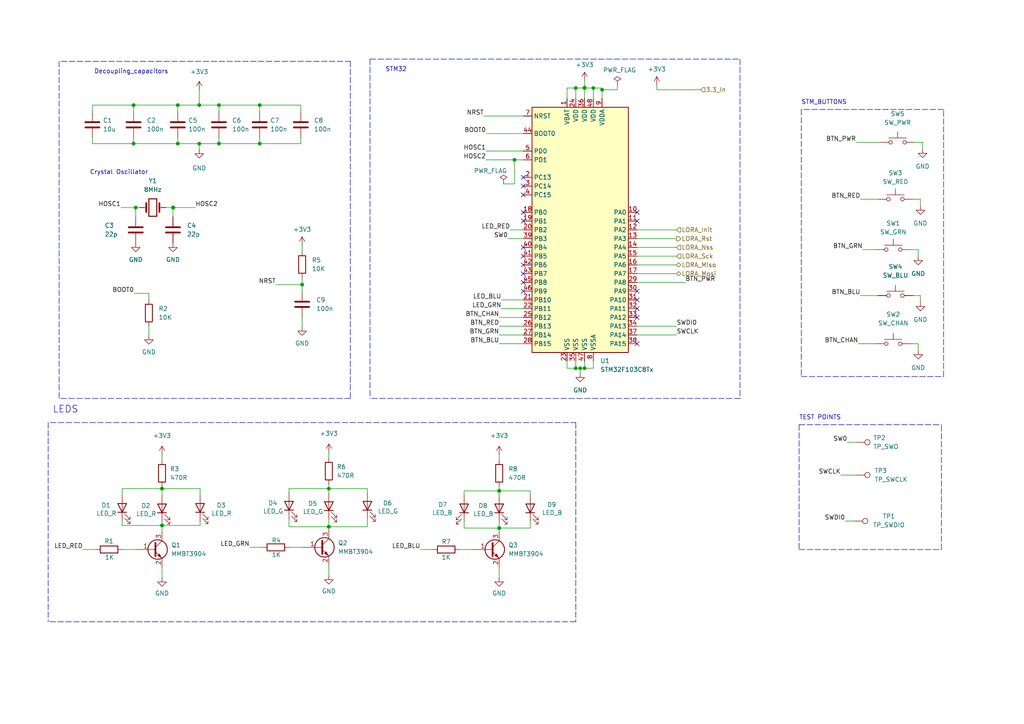
<source format=kicad_sch>
(kicad_sch (version 20211123) (generator eeschema)
  (paper "A4")
  (lib_symbols
    (symbol "Connector:TestPoint" (pin_numbers hide) (pin_names (offset 0.762) hide)
      (property "Reference" "TP" (at 0 6.858 0))
      (property "Value" "TestPoint" (at 0 5.08 0))
      (symbol "TestPoint_0_1"
        (circle (center 0 3.302) (radius 0.762))
      )
      (symbol "TestPoint_1_1"
        (pin passive line (at 0 0 90) (length 2.54) (name "1") (number "1"))
      )
    )
    (symbol "Device:C" (pin_numbers hide) (pin_names (offset 0.254))
      (property "Reference" "C" (at 0.635 2.54 0))
      (property "Value" "C" (at 0.635 -2.54 0))
      (symbol "C_0_1"
        (polyline (pts (xy -2.032 -0.762) (xy 2.032 -0.762)) (stroke (width 0.508)))
        (polyline (pts (xy -2.032 0.762) (xy 2.032 0.762)) (stroke (width 0.508)))
      )
      (symbol "C_1_1"
        (pin passive line (at 0 3.81 270) (length 2.794) (name "~") (number "1"))
        (pin passive line (at 0 -3.81 90) (length 2.794) (name "~") (number "2"))
      )
    )
    (symbol "Device:Crystal" (pin_numbers hide) (pin_names (offset 1.016) hide)
      (property "Reference" "Y" (at 0 3.81 0))
      (property "Value" "Crystal" (at 0 -3.81 0))
      (symbol "Crystal_0_1"
        (rectangle (start -1.143 2.54) (end 1.143 -2.54) (stroke (width 0.3048)))
        (polyline (pts (xy -2.54 0) (xy -1.905 0)))
        (polyline (pts (xy -1.905 -1.27) (xy -1.905 1.27)) (stroke (width 0.508)))
        (polyline (pts (xy 1.905 -1.27) (xy 1.905 1.27)) (stroke (width 0.508)))
        (polyline (pts (xy 2.54 0) (xy 1.905 0)))
      )
      (symbol "Crystal_1_1"
        (pin passive line (at -3.81 0 0) (length 1.27) (name "1") (number "1"))
        (pin passive line (at 3.81 0 180) (length 1.27) (name "2") (number "2"))
      )
    )
    (symbol "Device:LED" (pin_numbers hide) (pin_names (offset 1.016) hide)
      (property "Reference" "D" (at 0 2.54 0))
      (property "Value" "LED" (at 0 -2.54 0))
      (symbol "LED_0_1"
        (polyline (pts (xy -1.27 -1.27) (xy -1.27 1.27)) (stroke (width 0.254)))
        (polyline (pts (xy -1.27 0) (xy 1.27 0)))
        (polyline (pts (xy 1.27 -1.27) (xy 1.27 1.27) (xy -1.27 0) (xy 1.27 -1.27)) (stroke (width 0.254)))
        (polyline (pts (xy -3.048 -0.762) (xy -4.572 -2.286) (xy -3.81 -2.286) (xy -4.572 -2.286) (xy -4.572 -1.524)))
        (polyline (pts (xy -1.778 -0.762) (xy -3.302 -2.286) (xy -2.54 -2.286) (xy -3.302 -2.286) (xy -3.302 -1.524)))
      )
      (symbol "LED_1_1"
        (pin passive line (at -3.81 0 0) (length 2.54) (name "K") (number "1"))
        (pin passive line (at 3.81 0 180) (length 2.54) (name "A") (number "2"))
      )
    )
    (symbol "Device:R" (pin_numbers hide) (pin_names (offset 0))
      (property "Reference" "R" (at 2.032 0 90))
      (property "Value" "R" (at 0 0 90))
      (symbol "R_0_1"
        (rectangle (start -1.016 -2.54) (end 1.016 2.54) (stroke (width 0.254)))
      )
      (symbol "R_1_1"
        (pin passive line (at 0 3.81 270) (length 1.27) (name "~") (number "1"))
        (pin passive line (at 0 -3.81 90) (length 1.27) (name "~") (number "2"))
      )
    )
    (symbol "MCU_ST_STM32F1:STM32F103C8Tx"
      (property "Reference" "U" (at -15.24 36.83 0))
      (property "Value" "STM32F103C8Tx" (at 7.62 36.83 0))
      (symbol "STM32F103C8Tx_0_1"
        (rectangle (start -15.24 -35.56) (end 12.7 35.56) (stroke (width 0.254)) (fill (type background)))
      )
      (symbol "STM32F103C8Tx_1_1"
        (pin power_in line (at -5.08 38.1 270) (length 2.54) (name "VBAT") (number "1"))
        (pin bidirectional line (at 15.24 5.08 180) (length 2.54) (name "PA0") (number "10"))
        (pin bidirectional line (at 15.24 2.54 180) (length 2.54) (name "PA1") (number "11"))
        (pin bidirectional line (at 15.24 0 180) (length 2.54) (name "PA2") (number "12"))
        (pin bidirectional line (at 15.24 -2.54 180) (length 2.54) (name "PA3") (number "13"))
        (pin bidirectional line (at 15.24 -5.08 180) (length 2.54) (name "PA4") (number "14"))
        (pin bidirectional line (at 15.24 -7.62 180) (length 2.54) (name "PA5") (number "15"))
        (pin bidirectional line (at 15.24 -10.16 180) (length 2.54) (name "PA6") (number "16"))
        (pin bidirectional line (at 15.24 -12.7 180) (length 2.54) (name "PA7") (number "17"))
        (pin bidirectional line (at -17.78 5.08 0) (length 2.54) (name "PB0") (number "18"))
        (pin bidirectional line (at -17.78 2.54 0) (length 2.54) (name "PB1") (number "19"))
        (pin bidirectional line (at -17.78 15.24 0) (length 2.54) (name "PC13") (number "2"))
        (pin bidirectional line (at -17.78 0 0) (length 2.54) (name "PB2") (number "20"))
        (pin bidirectional line (at -17.78 -20.32 0) (length 2.54) (name "PB10") (number "21"))
        (pin bidirectional line (at -17.78 -22.86 0) (length 2.54) (name "PB11") (number "22"))
        (pin power_in line (at -5.08 -38.1 90) (length 2.54) (name "VSS") (number "23"))
        (pin power_in line (at -2.54 38.1 270) (length 2.54) (name "VDD") (number "24"))
        (pin bidirectional line (at -17.78 -25.4 0) (length 2.54) (name "PB12") (number "25"))
        (pin bidirectional line (at -17.78 -27.94 0) (length 2.54) (name "PB13") (number "26"))
        (pin bidirectional line (at -17.78 -30.48 0) (length 2.54) (name "PB14") (number "27"))
        (pin bidirectional line (at -17.78 -33.02 0) (length 2.54) (name "PB15") (number "28"))
        (pin bidirectional line (at 15.24 -15.24 180) (length 2.54) (name "PA8") (number "29"))
        (pin bidirectional line (at -17.78 12.7 0) (length 2.54) (name "PC14") (number "3"))
        (pin bidirectional line (at 15.24 -17.78 180) (length 2.54) (name "PA9") (number "30"))
        (pin bidirectional line (at 15.24 -20.32 180) (length 2.54) (name "PA10") (number "31"))
        (pin bidirectional line (at 15.24 -22.86 180) (length 2.54) (name "PA11") (number "32"))
        (pin bidirectional line (at 15.24 -25.4 180) (length 2.54) (name "PA12") (number "33"))
        (pin bidirectional line (at 15.24 -27.94 180) (length 2.54) (name "PA13") (number "34"))
        (pin power_in line (at -2.54 -38.1 90) (length 2.54) (name "VSS") (number "35"))
        (pin power_in line (at 0 38.1 270) (length 2.54) (name "VDD") (number "36"))
        (pin bidirectional line (at 15.24 -30.48 180) (length 2.54) (name "PA14") (number "37"))
        (pin bidirectional line (at 15.24 -33.02 180) (length 2.54) (name "PA15") (number "38"))
        (pin bidirectional line (at -17.78 -2.54 0) (length 2.54) (name "PB3") (number "39"))
        (pin bidirectional line (at -17.78 10.16 0) (length 2.54) (name "PC15") (number "4"))
        (pin bidirectional line (at -17.78 -5.08 0) (length 2.54) (name "PB4") (number "40"))
        (pin bidirectional line (at -17.78 -7.62 0) (length 2.54) (name "PB5") (number "41"))
        (pin bidirectional line (at -17.78 -10.16 0) (length 2.54) (name "PB6") (number "42"))
        (pin bidirectional line (at -17.78 -12.7 0) (length 2.54) (name "PB7") (number "43"))
        (pin input line (at -17.78 27.94 0) (length 2.54) (name "BOOT0") (number "44"))
        (pin bidirectional line (at -17.78 -15.24 0) (length 2.54) (name "PB8") (number "45"))
        (pin bidirectional line (at -17.78 -17.78 0) (length 2.54) (name "PB9") (number "46"))
        (pin power_in line (at 0 -38.1 90) (length 2.54) (name "VSS") (number "47"))
        (pin power_in line (at 2.54 38.1 270) (length 2.54) (name "VDD") (number "48"))
        (pin input line (at -17.78 22.86 0) (length 2.54) (name "PD0") (number "5"))
        (pin input line (at -17.78 20.32 0) (length 2.54) (name "PD1") (number "6"))
        (pin input line (at -17.78 33.02 0) (length 2.54) (name "NRST") (number "7"))
        (pin power_in line (at 2.54 -38.1 90) (length 2.54) (name "VSSA") (number "8"))
        (pin power_in line (at 5.08 38.1 270) (length 2.54) (name "VDDA") (number "9"))
      )
    )
    (symbol "Switch:SW_Push" (pin_numbers hide) (pin_names (offset 1.016) hide)
      (property "Reference" "SW" (at 1.27 2.54 0))
      (property "Value" "SW_Push" (at 0 -1.524 0))
      (symbol "SW_Push_0_1"
        (circle (center -2.032 0) (radius 0.508))
        (polyline (pts (xy 0 1.27) (xy 0 3.048)))
        (polyline (pts (xy 2.54 1.27) (xy -2.54 1.27)))
        (circle (center 2.032 0) (radius 0.508))
        (pin passive line (at -5.08 0 0) (length 2.54) (name "1") (number "1"))
        (pin passive line (at 5.08 0 180) (length 2.54) (name "2") (number "2"))
      )
    )
    (symbol "Transistor_BJT:MMBT3904" (pin_names (offset 0) hide)
      (property "Reference" "Q" (at 5.08 1.905 0))
      (property "Value" "MMBT3904" (at 5.08 0 0))
      (symbol "MMBT3904_0_1"
        (polyline (pts (xy 0.635 0.635) (xy 2.54 2.54)))
        (polyline (pts (xy 0.635 -0.635) (xy 2.54 -2.54) (xy 2.54 -2.54)))
        (polyline (pts (xy 0.635 1.905) (xy 0.635 -1.905) (xy 0.635 -1.905)) (stroke (width 0.508)))
        (polyline (pts (xy 1.27 -1.778) (xy 1.778 -1.27) (xy 2.286 -2.286) (xy 1.27 -1.778) (xy 1.27 -1.778)) (fill (type outline)))
        (circle (center 1.27 0) (radius 2.8194) (stroke (width 0.254)))
      )
      (symbol "MMBT3904_1_1"
        (pin input line (at -5.08 0 0) (length 5.715) (name "B") (number "1"))
        (pin passive line (at 2.54 -5.08 90) (length 2.54) (name "E") (number "2"))
        (pin passive line (at 2.54 5.08 270) (length 2.54) (name "C") (number "3"))
      )
    )
    (symbol "power:+3V3" (power) (pin_names (offset 0))
      (property "Value" "+3V3" (at 0 3.556 0))
      (symbol "+3V3_0_1"
        (polyline (pts (xy -0.762 1.27) (xy 0 2.54)))
        (polyline (pts (xy 0 0) (xy 0 2.54)))
        (polyline (pts (xy 0 2.54) (xy 0.762 1.27)))
      )
      (symbol "+3V3_1_1"
        (pin power_in line (at 0 0 90) (length 0) hide (name "+3V3") (number "1"))
      )
    )
    (symbol "power:GND" (power) (pin_names (offset 0))
      (property "Value" "GND" (at 0 -3.81 0))
      (symbol "GND_0_1"
        (polyline (pts (xy 0 0) (xy 0 -1.27) (xy 1.27 -1.27) (xy 0 -2.54) (xy -1.27 -1.27) (xy 0 -1.27)))
      )
      (symbol "GND_1_1"
        (pin power_in line (at 0 0 270) (length 0) hide (name "GND") (number "1"))
      )
    )
    (symbol "power:PWR_FLAG" (power) (pin_numbers hide) (pin_names (offset 0) hide)
      (property "Value" "PWR_FLAG" (at 0 3.81 0))
      (symbol "PWR_FLAG_0_0"
        (pin power_out line (at 0 0 90) (length 0) (name "pwr") (number "1"))
      )
      (symbol "PWR_FLAG_0_1"
        (polyline (pts (xy 0 0) (xy 0 1.27) (xy -1.016 1.905) (xy 0 2.54) (xy 1.016 1.905) (xy 0 1.27)))
      )
    )
  )
  (junction (at 172.085 25.527))
  (junction (at 63.5 41.656))
  (junction (at 38.735 30.48))
  (junction (at 95.377 152.7865))
  (junction (at 168.275 106.807))
  (junction (at 38.735 41.656))
  (junction (at 46.99 152.3959))
  (junction (at 39.37 60.198))
  (junction (at 46.99 141.7251))
  (junction (at 167.005 106.807))
  (junction (at 57.785 41.656))
  (junction (at 75.311 41.656))
  (junction (at 50.165 60.198))
  (junction (at 51.562 30.48))
  (junction (at 46.99 141.7279))
  (junction (at 50.292 60.198))
  (junction (at 169.545 25.527))
  (junction (at 95.377 152.7823))
  (junction (at 87.63 82.55))
  (junction (at 63.5 30.48))
  (junction (at 46.99 152.4))
  (junction (at 95.377 141.7311))
  (junction (at 144.78 153.1794))
  (junction (at 174.625 26.035))
  (junction (at 149.225 46.355))
  (junction (at 167.005 25.527))
  (junction (at 169.545 106.807))
  (junction (at 75.311 30.48))
  (junction (at 51.562 41.656))
  (junction (at 144.78 142.3844))
  (junction (at 144.78 142.367))
  (junction (at 57.785 30.48))
  (junction (at 169.545 25.4))
  (junction (at 144.78 153.162))
  (no_connect (at 151.765 71.755))
  (no_connect (at 151.765 81.915))
  (no_connect (at 151.765 79.375))
  (no_connect (at 184.785 64.135))
  (no_connect (at 184.785 92.075))
  (no_connect (at 151.765 61.595))
  (no_connect (at 151.765 56.515))
  (no_connect (at 151.765 84.455))
  (no_connect (at 184.785 89.535))
  (no_connect (at 151.765 74.295))
  (no_connect (at 151.765 51.435))
  (no_connect (at 151.765 53.975))
  (no_connect (at 184.785 86.995))
  (no_connect (at 151.765 76.835))
  (no_connect (at 151.765 64.135))
  (no_connect (at 184.785 99.695))
  (no_connect (at 184.785 61.595))
  (no_connect (at 184.785 84.455))
  (wire (pts (xy 168.275 108.204) (xy 168.275 106.807)))
  (wire (pts (xy 243.84 137.795) (xy 248.285 137.795)))
  (wire (pts (xy 172.085 25.527) (xy 174.625 25.527)))
  (wire (pts (xy 172.085 106.807) (xy 172.085 104.775)))
  (wire (pts (xy 51.562 32.385) (xy 51.562 30.48)))
  (wire (pts (xy 184.785 71.755) (xy 196.215 71.755)))
  (wire (pts (xy 266.954 57.785) (xy 264.795 57.785)))
  (wire (pts (xy 164.465 104.775) (xy 164.465 106.807)))
  (wire (pts (xy 35.433 143.5059) (xy 35.433 141.7251)))
  (wire (pts (xy 58.039 141.7279) (xy 46.99 141.7279)))
  (wire (pts (xy 179.07 24.765) (xy 179.07 26.035)))
  (wire (pts (xy 121.92 159.385) (xy 125.603 159.385)))
  (wire (pts (xy 46.99 141.7251) (xy 46.99 141.7279)))
  (wire (pts (xy 267.589 43.18) (xy 267.589 41.275)))
  (wire (pts (xy 87.63 80.518) (xy 87.63 82.55)))
  (polyline (pts (xy 101.6 17.78) (xy 101.6 115.57)))
  (polyline (pts (xy 167.005 122.555) (xy 167.005 180.34)))
  (wire (pts (xy 153.797 153.162) (xy 144.78 153.162)))
  (wire (pts (xy 184.785 74.295) (xy 196.215 74.295)))
  (wire (pts (xy 153.797 151.257) (xy 153.797 153.162)))
  (wire (pts (xy 267.589 41.275) (xy 265.43 41.275)))
  (polyline (pts (xy 214.63 17.145) (xy 214.63 115.57)))
  (wire (pts (xy 245.11 151.13) (xy 247.65 151.13)))
  (polyline (pts (xy 17.145 17.78) (xy 17.145 115.57)))
  (wire (pts (xy 46.99 152.3959) (xy 46.99 152.4)))
  (wire (pts (xy 134.62 151.257) (xy 134.62 153.162)))
  (polyline (pts (xy 231.775 123.19) (xy 231.775 159.385)))
  (wire (pts (xy 184.785 76.835) (xy 196.215 76.835)))
  (wire (pts (xy 24.003 159.3809) (xy 27.813 159.3809)))
  (wire (pts (xy 184.785 94.615) (xy 196.215 94.615)))
  (wire (pts (xy 63.5 30.48) (xy 75.311 30.48)))
  (polyline (pts (xy 107.315 17.145) (xy 214.63 17.145)))
  (wire (pts (xy 48.133 60.198) (xy 50.165 60.198)))
  (wire (pts (xy 35.433 151.1259) (xy 35.433 152.3959)))
  (wire (pts (xy 144.78 141.097) (xy 144.78 142.367)))
  (polyline (pts (xy 13.97 122.555) (xy 13.97 180.34)))
  (wire (pts (xy 95.377 163.83) (xy 95.377 166.878)))
  (wire (pts (xy 38.735 41.656) (xy 51.562 41.656)))
  (wire (pts (xy 35.052 60.198) (xy 39.37 60.198)))
  (wire (pts (xy 35.433 159.3809) (xy 39.37 159.3809)))
  (wire (pts (xy 75.311 41.656) (xy 75.311 40.005)))
  (polyline (pts (xy 14.605 122.555) (xy 167.005 122.555)))
  (polyline (pts (xy 231.775 159.385) (xy 273.05 159.385)))
  (polyline (pts (xy 231.775 123.19) (xy 273.05 123.19)))
  (wire (pts (xy 167.005 25.527) (xy 169.545 25.527)))
  (wire (pts (xy 75.311 32.385) (xy 75.311 30.48)))
  (wire (pts (xy 190.5 24.765) (xy 190.5 26.035)))
  (wire (pts (xy 144.78 97.155) (xy 151.765 97.155)))
  (wire (pts (xy 83.82 142.875) (xy 83.82 141.7311)))
  (wire (pts (xy 134.62 143.637) (xy 134.62 142.367)))
  (wire (pts (xy 58.039 151.1259) (xy 58.039 152.4)))
  (wire (pts (xy 72.39 158.75) (xy 76.2 158.75)))
  (wire (pts (xy 58.039 152.4) (xy 46.99 152.4)))
  (wire (pts (xy 144.78 142.367) (xy 144.78 142.3844)))
  (wire (pts (xy 39.37 60.198) (xy 40.513 60.198)))
  (wire (pts (xy 38.735 30.48) (xy 51.562 30.48)))
  (wire (pts (xy 184.785 81.915) (xy 198.755 81.915)))
  (wire (pts (xy 168.275 106.807) (xy 169.545 106.807)))
  (wire (pts (xy 43.18 85.09) (xy 38.862 85.09)))
  (wire (pts (xy 169.545 106.807) (xy 172.085 106.807)))
  (wire (pts (xy 95.377 150.622) (xy 95.377 152.7823)))
  (wire (pts (xy 106.553 150.495) (xy 106.553 152.7823)))
  (wire (pts (xy 179.07 26.035) (xy 174.625 26.035)))
  (wire (pts (xy 169.545 25.527) (xy 169.545 28.575)))
  (wire (pts (xy 57.785 30.48) (xy 63.5 30.48)))
  (wire (pts (xy 266.319 101.6) (xy 266.319 99.695)))
  (wire (pts (xy 43.18 94.615) (xy 43.18 97.282)))
  (wire (pts (xy 145.415 89.535) (xy 151.765 89.535)))
  (wire (pts (xy 57.785 41.656) (xy 63.5 41.656)))
  (polyline (pts (xy 273.685 31.75) (xy 232.41 31.75)))
  (wire (pts (xy 46.99 164.4609) (xy 46.99 167.5089)))
  (wire (pts (xy 46.99 131.9489) (xy 46.99 133.4729)))
  (wire (pts (xy 147.955 66.675) (xy 151.765 66.675)))
  (wire (pts (xy 83.82 150.495) (xy 83.82 152.7865)))
  (wire (pts (xy 184.785 79.375) (xy 196.215 79.375)))
  (wire (pts (xy 46.99 151.2529) (xy 46.99 152.3959)))
  (wire (pts (xy 106.553 141.7311) (xy 95.377 141.7311)))
  (wire (pts (xy 57.785 43.307) (xy 57.785 41.656)))
  (wire (pts (xy 50.292 60.198) (xy 56.642 60.198)))
  (wire (pts (xy 184.785 97.155) (xy 196.215 97.155)))
  (wire (pts (xy 250.19 72.39) (xy 254 72.39)))
  (wire (pts (xy 87.63 82.55) (xy 87.63 84.455)))
  (wire (pts (xy 95.377 152.7865) (xy 95.377 153.67)))
  (wire (pts (xy 43.18 86.995) (xy 43.18 85.09)))
  (wire (pts (xy 147.32 69.215) (xy 151.765 69.215)))
  (wire (pts (xy 35.433 141.7251) (xy 46.99 141.7251)))
  (wire (pts (xy 249.555 57.785) (xy 254.635 57.785)))
  (wire (pts (xy 144.78 99.695) (xy 151.765 99.695)))
  (wire (pts (xy 63.5 32.385) (xy 63.5 30.48)))
  (wire (pts (xy 38.735 41.656) (xy 26.797 41.656)))
  (wire (pts (xy 134.62 153.162) (xy 144.78 153.1794)))
  (wire (pts (xy 164.465 106.807) (xy 167.005 106.807)))
  (wire (pts (xy 83.82 152.7865) (xy 95.377 152.7865)))
  (wire (pts (xy 266.319 74.295) (xy 266.319 72.39)))
  (wire (pts (xy 38.735 40.005) (xy 38.735 41.656)))
  (wire (pts (xy 146.05 53.34) (xy 149.225 53.34)))
  (wire (pts (xy 57.785 26.162) (xy 57.785 30.48)))
  (polyline (pts (xy 101.6 115.57) (xy 17.145 115.57)))
  (wire (pts (xy 87.63 92.075) (xy 87.63 94.742)))
  (wire (pts (xy 106.553 152.7823) (xy 95.377 152.7823)))
  (wire (pts (xy 144.78 153.162) (xy 144.78 153.1794)))
  (wire (pts (xy 167.005 28.575) (xy 167.005 25.527)))
  (wire (pts (xy 46.99 152.4) (xy 46.99 154.3009)))
  (wire (pts (xy 248.285 41.275) (xy 255.27 41.275)))
  (wire (pts (xy 184.785 69.215) (xy 196.215 69.215)))
  (wire (pts (xy 39.37 62.865) (xy 39.37 60.198)))
  (wire (pts (xy 174.625 25.527) (xy 174.625 26.035)))
  (wire (pts (xy 184.785 66.675) (xy 196.215 66.675)))
  (wire (pts (xy 266.319 99.695) (xy 264.16 99.695)))
  (wire (pts (xy 26.797 32.385) (xy 26.797 30.48)))
  (wire (pts (xy 145.415 86.995) (xy 151.765 86.995)))
  (wire (pts (xy 83.82 158.75) (xy 87.757 158.75)))
  (wire (pts (xy 245.745 128.27) (xy 248.285 128.27)))
  (wire (pts (xy 57.785 41.656) (xy 51.562 41.656)))
  (wire (pts (xy 167.005 106.807) (xy 168.275 106.807)))
  (wire (pts (xy 164.465 25.527) (xy 164.465 28.575)))
  (wire (pts (xy 134.62 142.367) (xy 144.78 142.3844)))
  (wire (pts (xy 80.01 82.55) (xy 87.63 82.55)))
  (polyline (pts (xy 214.63 115.57) (xy 107.315 115.57)))
  (wire (pts (xy 106.553 142.875) (xy 106.553 141.7311)))
  (wire (pts (xy 87.63 71.247) (xy 87.63 72.898)))
  (wire (pts (xy 51.562 41.656) (xy 51.562 40.005)))
  (wire (pts (xy 83.82 141.7311) (xy 95.377 141.7311)))
  (wire (pts (xy 153.797 143.637) (xy 153.797 142.367)))
  (wire (pts (xy 63.5 41.656) (xy 75.311 41.656)))
  (polyline (pts (xy 17.78 17.78) (xy 101.6 17.78)))
  (wire (pts (xy 87.249 32.385) (xy 87.249 30.48)))
  (polyline (pts (xy 273.685 109.22) (xy 273.685 31.75)))
  (wire (pts (xy 46.99 141.0929) (xy 46.99 141.7251)))
  (polyline (pts (xy 107.315 17.145) (xy 107.315 115.57)))
  (wire (pts (xy 149.225 46.355) (xy 151.765 46.355)))
  (wire (pts (xy 144.78 92.075) (xy 151.765 92.075)))
  (wire (pts (xy 50.165 62.865) (xy 50.165 60.198)))
  (wire (pts (xy 51.562 30.48) (xy 57.785 30.48)))
  (polyline (pts (xy 232.41 109.22) (xy 273.685 109.22)))
  (wire (pts (xy 38.735 32.385) (xy 38.735 30.48)))
  (wire (pts (xy 95.377 152.7823) (xy 95.377 152.7865)))
  (wire (pts (xy 172.085 28.575) (xy 172.085 25.527)))
  (wire (pts (xy 149.225 53.34) (xy 149.225 46.355)))
  (wire (pts (xy 95.377 141.7311) (xy 95.377 143.002)))
  (wire (pts (xy 167.005 104.775) (xy 167.005 106.807)))
  (wire (pts (xy 266.954 85.725) (xy 264.795 85.725)))
  (wire (pts (xy 144.78 131.953) (xy 144.78 133.477)))
  (wire (pts (xy 153.797 142.367) (xy 144.78 142.367)))
  (wire (pts (xy 87.249 41.656) (xy 87.249 40.005)))
  (wire (pts (xy 35.433 152.3959) (xy 46.99 152.3959)))
  (wire (pts (xy 266.954 87.63) (xy 266.954 85.725)))
  (wire (pts (xy 140.97 43.815) (xy 151.765 43.815)))
  (wire (pts (xy 63.5 40.005) (xy 63.5 41.656)))
  (wire (pts (xy 144.78 153.1794) (xy 144.78 154.305)))
  (wire (pts (xy 144.78 94.615) (xy 151.765 94.615)))
  (wire (pts (xy 140.97 38.735) (xy 151.765 38.735)))
  (wire (pts (xy 169.545 104.775) (xy 169.545 106.807)))
  (wire (pts (xy 164.465 25.527) (xy 167.005 25.527)))
  (polyline (pts (xy 232.41 31.75) (xy 232.41 109.22)))
  (wire (pts (xy 133.223 159.385) (xy 137.16 159.385)))
  (wire (pts (xy 174.625 26.035) (xy 174.625 28.575)))
  (wire (pts (xy 248.92 99.695) (xy 254 99.695)))
  (wire (pts (xy 169.545 23.495) (xy 169.545 25.4)))
  (wire (pts (xy 87.249 30.48) (xy 75.311 30.48)))
  (wire (pts (xy 140.335 33.655) (xy 151.765 33.655)))
  (wire (pts (xy 266.954 59.69) (xy 266.954 57.785)))
  (wire (pts (xy 95.377 140.462) (xy 95.377 141.7311)))
  (wire (pts (xy 140.97 46.355) (xy 149.225 46.355)))
  (wire (pts (xy 75.311 41.656) (xy 87.249 41.656)))
  (wire (pts (xy 26.797 30.48) (xy 38.735 30.48)))
  (wire (pts (xy 249.555 85.725) (xy 254.635 85.725)))
  (polyline (pts (xy 167.005 180.34) (xy 13.97 180.34)))
  (wire (pts (xy 144.78 151.257) (xy 144.78 153.162)))
  (wire (pts (xy 144.78 164.465) (xy 144.78 167.513)))
  (wire (pts (xy 58.039 143.5059) (xy 58.039 141.7279)))
  (wire (pts (xy 26.797 41.656) (xy 26.797 40.005)))
  (wire (pts (xy 144.78 142.3844) (xy 144.78 143.637)))
  (wire (pts (xy 266.319 72.39) (xy 264.16 72.39)))
  (wire (pts (xy 46.99 141.7279) (xy 46.99 143.6329)))
  (wire (pts (xy 169.545 25.527) (xy 172.085 25.527)))
  (wire (pts (xy 190.5 26.035) (xy 203.2 26.035)))
  (wire (pts (xy 95.377 131.318) (xy 95.377 132.842)))
  (polyline (pts (xy 273.05 159.385) (xy 273.05 123.19)))
  (text "TEST POINTS" (at 231.775 121.92 0) (effects (font (size 1.27 1.27)) (justify left bottom)))
  (text "STM_BUTTONS" (at 232.41 30.48 0) (effects (font (size 1.27 1.27)) (justify left bottom)))
  (text "STM32" (at 111.76 20.955 0) (effects (font (size 1.27 1.27)) (justify left bottom)))
  (text "Decoupling_capacitors" (at 27.305 21.59 0) (effects (font (size 1.27 1.27)) (justify left bottom)))
  (text "LEDS" (at 15.24 120.015 0) (effects (font (size 2 2)) (justify left bottom)))
  (text "Crystal Oscillator" (at 26.035 50.8 0) (effects (font (size 1.27 1.27)) (justify left bottom)))
  (label "BTN_GRN" (at 144.78 97.155 180))
  (label "HOSC1" (at 35.052 60.198 180))
  (label "SW0" (at 147.32 69.215 180))
  (label "BTN_PWR" (at 248.285 41.275 180))
  (label "SWDI0" (at 196.215 94.615 0))
  (label "BTN_BLU" (at 144.78 99.695 180))
  (label "LED_GRN" (at 145.415 89.535 180))
  (label "BOOT0" (at 140.97 38.735 180))
  (label "SWDI0" (at 245.11 151.13 180))
  (label "BTN_CHAN" (at 144.78 92.075 180))
  (label "SW0" (at 245.745 128.27 180))
  (label "LED_BLU" (at 145.415 86.995 180))
  (label "BTN_GRN" (at 250.19 72.39 180))
  (label "LED_RED" (at 24.003 159.3809 180))
  (label "NRST" (at 140.335 33.655 180))
  (label "SWCLK" (at 196.215 97.155 0))
  (label "LED_RED" (at 147.955 66.675 180))
  (label "BTN_RED" (at 144.78 94.615 180))
  (label "NRST" (at 80.01 82.55 180))
  (label "BTN_PWR" (at 198.755 81.915 0))
  (label "BTN_BLU" (at 249.555 85.725 180))
  (label "LED_GRN" (at 72.39 158.75 180))
  (label "BTN_CHAN" (at 248.92 99.695 180))
  (label "HOSC2" (at 140.97 46.355 180))
  (label "SWCLK" (at 243.84 137.795 180))
  (label "LED_BLU" (at 121.92 159.385 180))
  (label "HOSC2" (at 56.642 60.198 0))
  (label "BTN_RED" (at 249.555 57.785 180))
  (label "HOSC1" (at 140.97 43.815 180))
  (label "BOOT0" (at 38.862 85.09 180))
  (hierarchical_label "3.3_In" (shape input) (at 203.2 26.035 0))
  (hierarchical_label "LORA_Sck" (shape input) (at 196.215 74.295 0))
  (hierarchical_label "LORA_Rst" (shape output) (at 196.215 69.215 0))
  (hierarchical_label "LORA_Init" (shape input) (at 196.215 66.675 0))
  (hierarchical_label "LORA_Mosi" (shape bidirectional) (at 196.215 79.375 0))
  (hierarchical_label "LORA_Nss" (shape input) (at 196.215 71.755 0))
  (hierarchical_label "LORA_Miso" (shape bidirectional) (at 196.215 76.835 0))
  (symbol (lib_id "power:+3V3") (at 190.5 24.765 0) (unit 1)
    (property "Reference" "#PWR016" (effects hide))
    (property "Value" "+3V3" (at 190.5 20.066 0))
  )
  (symbol (lib_id "Device:C") (at 39.37 66.675 0) (mirror y) (unit 1)
    (property "Reference" "C3" (at 30.353 65.405 0) (effects (justify right)))
    (property "Value" "22p" (at 30.353 67.945 0) (effects (justify right)))
    (property "Footprint" "Capacitor_SMD:C_0402_1005Metric_Pad0.74x0.62mm_HandSolder" (effects hide))
  )
  (symbol (lib_id "Device:C") (at 50.165 66.675 0) (mirror y) (unit 1)
    (property "Reference" "C4" (at 54.229 65.4049 0) (effects (justify right)))
    (property "Value" "22p" (at 54.229 67.9449 0) (effects (justify right)))
    (property "Footprint" "Capacitor_SMD:C_0402_1005Metric" (effects hide))
  )
  (symbol (lib_id "power:+3V3") (at 46.99 131.9489 0) (unit 1)
    (property "Reference" "#PWR03" (effects hide))
    (property "Value" "+3V3" (at 46.99 126.3609 0))
  )
  (symbol (lib_id "Switch:SW_Push") (at 259.08 99.695 0) (unit 1)
    (property "Reference" "SW2" (at 259.08 91.186 0))
    (property "Value" "SW_CHAN" (at 259.08 93.726 0))
    (property "Footprint" "Button_Switch_SMD:SW_SPST_TL3342" (effects hide))
  )
  (symbol (lib_id "power:GND") (at 266.319 101.6 0) (unit 1)
    (property "Reference" "#PWR018" (effects hide))
    (property "Value" "GND" (at 266.319 106.68 0))
  )
  (symbol (lib_id "Connector:TestPoint") (at 248.285 128.27 270) (unit 1)
    (property "Reference" "TP2" (at 253.238 126.9999 90) (effects (justify left)))
    (property "Value" "TP_SWO" (at 253.238 129.5399 90) (effects (justify left)))
    (property "Footprint" "TestPoint:TestPoint_Pad_D2.0mm" (effects hide))
  )
  (symbol (lib_id "Device:Crystal") (at 44.323 60.198 0) (unit 1)
    (property "Reference" "Y1" (at 44.323 52.451 0))
    (property "Value" "8MHz" (at 44.323 54.991 0))
    (property "Footprint" "Crystal:Crystal_SMD_0603-4Pin_6.0x3.5mm" (effects hide))
  )
  (symbol (lib_id "Switch:SW_Push") (at 259.715 57.785 0) (unit 1)
    (property "Reference" "SW3" (at 259.715 50.165 0))
    (property "Value" "SW_RED" (at 259.715 52.705 0))
    (property "Footprint" "Button_Switch_SMD:SW_SPST_TL3342" (effects hide))
  )
  (symbol (lib_id "Transistor_BJT:MMBT3904") (at 142.24 159.385 0) (unit 1)
    (property "Reference" "Q3" (at 147.447 158.1149 0) (effects (justify left)))
    (property "Value" "MMBT3904" (at 147.447 160.6549 0) (effects (justify left)))
    (property "Footprint" "Package_TO_SOT_SMD:SOT-23" (effects hide))
    (property "Datasheet" "https://www.onsemi.com/pub/Collateral/2N3903-D.PDF" (effects hide))
  )
  (symbol (lib_id "Device:R") (at 87.63 76.708 0) (unit 1)
    (property "Reference" "R5" (at 90.424 75.4379 0) (effects (justify left)))
    (property "Value" "10K" (at 90.424 77.9779 0) (effects (justify left)))
    (property "Footprint" "Resistor_SMD:R_0603_1608Metric" (effects hide))
  )
  (symbol (lib_id "Device:R") (at 144.78 137.287 0) (unit 1)
    (property "Reference" "R8" (at 147.447 136.0169 0) (effects (justify left)))
    (property "Value" "470R" (at 147.447 138.5569 0) (effects (justify left)))
    (property "Footprint" "Resistor_SMD:R_0603_1608Metric" (effects hide))
  )
  (symbol (lib_id "Device:LED") (at 46.99 147.4429 90) (unit 1)
    (property "Reference" "D2" (at 42.291 146.6809 90))
    (property "Value" "LED_R" (at 42.418 149.0304 90))
    (property "Footprint" "LED_SMD:LED_0603_1608Metric" (effects hide))
  )
  (symbol (lib_id "Device:LED") (at 106.553 146.685 90) (unit 1)
    (property "Reference" "D6" (at 112.395 145.923 90))
    (property "Value" "LED_G" (at 112.522 148.2725 90))
    (property "Footprint" "LED_SMD:LED_0603_1608Metric" (effects hide))
  )
  (symbol (lib_id "Device:LED") (at 35.433 147.3159 90) (unit 1)
    (property "Reference" "D1" (at 30.734 146.5539 90))
    (property "Value" "LED_R" (at 30.861 148.9034 90))
    (property "Footprint" "LED_SMD:LED_0603_1608Metric" (effects hide))
  )
  (symbol (lib_id "Device:R") (at 80.01 158.75 90) (unit 1)
    (property "Reference" "R4" (at 80.137 156.718 90))
    (property "Value" "1K" (at 80.137 160.909 90))
    (property "Footprint" "Resistor_SMD:R_0603_1608Metric" (effects hide))
  )
  (symbol (lib_id "Device:LED") (at 134.62 147.447 270) (mirror x) (unit 1)
    (property "Reference" "D7" (at 128.397 146.3675 90))
    (property "Value" "LED_B" (at 128.27 148.717 90))
    (property "Footprint" "LED_SMD:LED_0603_1608Metric" (effects hide))
  )
  (symbol (lib_id "Device:LED") (at 95.377 146.812 90) (unit 1)
    (property "Reference" "D5" (at 90.678 146.05 90))
    (property "Value" "LED_G" (at 90.805 148.3995 90))
    (property "Footprint" "LED_SMD:LED_0603_1608Metric" (effects hide))
  )
  (symbol (lib_id "power:GND") (at 39.37 70.485 0) (unit 1)
    (property "Reference" "#PWR01" (effects hide))
    (property "Value" "GND" (at 39.37 75.311 0))
  )
  (symbol (lib_id "Device:C") (at 51.562 36.195 0) (unit 1)
    (property "Reference" "C5" (at 54.61 34.9249 0) (effects (justify left)))
    (property "Value" "100n" (at 54.61 37.4649 0) (effects (justify left)))
    (property "Footprint" "Capacitor_SMD:C_0402_1005Metric" (effects hide))
  )
  (symbol (lib_id "Device:LED") (at 153.797 147.447 90) (unit 1)
    (property "Reference" "D9" (at 160.02 146.3675 90))
    (property "Value" "LED_B" (at 160.147 148.717 90))
    (property "Footprint" "LED_SMD:LED_0603_1608Metric" (effects hide))
  )
  (symbol (lib_id "Device:C") (at 26.797 36.195 0) (unit 1)
    (property "Reference" "C1" (at 29.845 34.9249 0) (effects (justify left)))
    (property "Value" "10u" (at 29.845 37.4649 0) (effects (justify left)))
    (property "Footprint" "Capacitor_SMD:C_0603_1608Metric" (effects hide))
  )
  (symbol (lib_id "Device:C") (at 75.311 36.195 0) (unit 1)
    (property "Reference" "C7" (at 78.359 34.9249 0) (effects (justify left)))
    (property "Value" "100n" (at 78.359 37.4649 0) (effects (justify left)))
    (property "Footprint" "Capacitor_SMD:C_0402_1005Metric" (effects hide))
  )
  (symbol (lib_id "Device:C") (at 63.5 36.195 0) (unit 1)
    (property "Reference" "C6" (at 67.31 34.9249 0) (effects (justify left)))
    (property "Value" "100n" (at 67.31 37.4649 0) (effects (justify left)))
    (property "Footprint" "Capacitor_SMD:C_0402_1005Metric" (effects hide))
  )
  (symbol (lib_id "power:GND") (at 57.785 43.307 0) (unit 1)
    (property "Reference" "#PWR07" (effects hide))
    (property "Value" "GND" (at 57.785 48.768 0))
  )
  (symbol (lib_id "power:GND") (at 266.954 59.69 0) (unit 1)
    (property "Reference" "#PWR019" (effects hide))
    (property "Value" "GND" (at 266.954 64.77 0))
  )
  (symbol (lib_id "Switch:SW_Push") (at 259.715 85.725 0) (unit 1)
    (property "Reference" "SW4" (at 259.715 77.343 0))
    (property "Value" "SW_BLU" (at 259.715 79.883 0))
    (property "Footprint" "Button_Switch_SMD:SW_SPST_TL3342" (effects hide))
  )
  (symbol (lib_id "Device:LED") (at 144.78 147.447 90) (unit 1)
    (property "Reference" "D8" (at 140.081 146.685 90))
    (property "Value" "LED_B" (at 140.208 149.0345 90))
    (property "Footprint" "LED_SMD:LED_0603_1608Metric" (effects hide))
  )
  (symbol (lib_id "Device:C") (at 87.249 36.195 0) (unit 1)
    (property "Reference" "C8" (at 91.059 34.9249 0) (effects (justify left)))
    (property "Value" "100n" (at 91.059 37.4649 0) (effects (justify left)))
    (property "Footprint" "Capacitor_SMD:C_0402_1005Metric" (effects hide))
  )
  (symbol (lib_id "Transistor_BJT:MMBT3904") (at 92.837 158.75 0) (unit 1)
    (property "Reference" "Q2" (at 98.044 157.4799 0) (effects (justify left)))
    (property "Value" "MMBT3904" (at 98.044 160.0199 0) (effects (justify left)))
    (property "Footprint" "Package_TO_SOT_SMD:SOT-23" (effects hide))
    (property "Datasheet" "https://www.onsemi.com/pub/Collateral/2N3903-D.PDF" (effects hide))
  )
  (symbol (lib_id "power:GND") (at 50.165 70.485 0) (unit 1)
    (property "Reference" "#PWR05" (effects hide))
    (property "Value" "GND" (at 50.165 75.311 0))
  )
  (symbol (lib_id "Transistor_BJT:MMBT3904") (at 44.45 159.3809 0) (unit 1)
    (property "Reference" "Q1" (at 49.657 158.1108 0) (effects (justify left)))
    (property "Value" "MMBT3904" (at 49.657 160.6508 0) (effects (justify left)))
    (property "Footprint" "Package_TO_SOT_SMD:SOT-23" (effects hide))
    (property "Datasheet" "https://www.onsemi.com/pub/Collateral/2N3903-D.PDF" (effects hide))
  )
  (symbol (lib_id "power:GND") (at 144.78 167.513 0) (unit 1)
    (property "Reference" "#PWR013" (effects hide))
    (property "Value" "GND" (at 144.78 172.085 0))
  )
  (symbol (lib_id "Device:R") (at 129.413 159.385 90) (unit 1)
    (property "Reference" "R7" (at 129.413 157.099 90))
    (property "Value" "1K" (at 129.413 161.671 90))
    (property "Footprint" "Resistor_SMD:R_0603_1608Metric" (effects hide))
  )
  (symbol (lib_id "Device:R") (at 43.18 90.805 0) (unit 1)
    (property "Reference" "R2" (at 45.974 89.5349 0) (effects (justify left)))
    (property "Value" "10K" (at 45.974 92.0749 0) (effects (justify left)))
    (property "Footprint" "Resistor_SMD:R_0603_1608Metric" (effects hide))
  )
  (symbol (lib_id "power:PWR_FLAG") (at 179.07 24.765 0) (unit 1)
    (property "Reference" "#FLG0101" (effects hide))
    (property "Value" "PWR_FLAG" (at 179.705 20.32 0))
  )
  (symbol (lib_id "MCU_ST_STM32F1:STM32F103C8Tx") (at 169.545 66.675 0) (unit 1)
    (property "Reference" "U1" (at 174.1044 104.648 0) (effects (justify left)))
    (property "Value" "STM32F103C8Tx" (at 174.1044 107.188 0) (effects (justify left)))
    (property "Footprint" "Package_QFP:LQFP-48_7x7mm_P0.5mm" (effects hide))
    (property "Datasheet" "http://www.st.com/st-web-ui/static/active/en/resource/technical/document/datasheet/CD00161566.pdf" (effects hide))
  )
  (symbol (lib_id "power:PWR_FLAG") (at 146.05 53.34 0) (unit 1)
    (property "Reference" "#FLG0103" (effects hide))
    (property "Value" "PWR_FLAG" (at 142.24 49.53 0))
  )
  (symbol (lib_id "power:+3V3") (at 169.545 23.495 0) (unit 1)
    (property "Reference" "#PWR015" (effects hide))
    (property "Value" "+3V3" (at 169.545 18.796 0))
  )
  (symbol (lib_id "power:GND") (at 168.275 108.204 0) (unit 1)
    (property "Reference" "#PWR014" (effects hide))
    (property "Value" "GND" (at 168.275 113.157 0))
  )
  (symbol (lib_id "power:+3V3") (at 87.63 71.247 0) (unit 1)
    (property "Reference" "#PWR08" (effects hide))
    (property "Value" "+3V3" (at 87.63 66.548 0))
  )
  (symbol (lib_id "power:GND") (at 267.589 43.18 0) (unit 1)
    (property "Reference" "#PWR021" (effects hide))
    (property "Value" "GND" (at 267.589 48.26 0))
  )
  (symbol (lib_id "power:+3V3") (at 144.78 131.953 0) (unit 1)
    (property "Reference" "#PWR012" (effects hide))
    (property "Value" "+3V3" (at 144.78 126.365 0))
  )
  (symbol (lib_id "power:GND") (at 95.377 166.878 0) (unit 1)
    (property "Reference" "#PWR011" (effects hide))
    (property "Value" "GND" (at 95.377 171.45 0))
  )
  (symbol (lib_id "Device:R") (at 31.623 159.3809 90) (unit 1)
    (property "Reference" "R1" (at 31.623 156.9679 90))
    (property "Value" "1K" (at 31.75 161.6669 90))
    (property "Footprint" "Resistor_SMD:R_0603_1608Metric" (effects hide))
  )
  (symbol (lib_id "power:GND") (at 266.954 87.63 0) (unit 1)
    (property "Reference" "#PWR020" (effects hide))
    (property "Value" "GND" (at 266.954 92.71 0))
  )
  (symbol (lib_id "Device:R") (at 46.99 137.2829 0) (unit 1)
    (property "Reference" "R3" (at 49.276 136.0128 0) (effects (justify left)))
    (property "Value" "470R" (at 49.276 138.5528 0) (effects (justify left)))
    (property "Footprint" "Resistor_SMD:R_0603_1608Metric" (effects hide))
  )
  (symbol (lib_id "Switch:SW_Push") (at 259.08 72.39 0) (unit 1)
    (property "Reference" "SW1" (at 259.08 64.77 0))
    (property "Value" "SW_GRN" (at 259.08 67.31 0))
    (property "Footprint" "Button_Switch_SMD:SW_SPST_TL3342" (effects hide))
  )
  (symbol (lib_id "Device:C") (at 38.735 36.195 0) (unit 1)
    (property "Reference" "C2" (at 42.545 34.9249 0) (effects (justify left)))
    (property "Value" "100n" (at 42.545 37.4649 0) (effects (justify left)))
    (property "Footprint" "Capacitor_SMD:C_0402_1005Metric" (effects hide))
  )
  (symbol (lib_id "power:+3V3") (at 57.785 26.162 0) (unit 1)
    (property "Reference" "#PWR06" (effects hide))
    (property "Value" "+3V3" (at 57.785 20.828 0))
  )
  (symbol (lib_id "Connector:TestPoint") (at 248.285 137.795 270) (unit 1)
    (property "Reference" "TP3" (at 253.619 136.5249 90) (effects (justify left)))
    (property "Value" "TP_SWCLK" (at 253.619 139.0649 90) (effects (justify left)))
    (property "Footprint" "TestPoint:TestPoint_Pad_D2.0mm" (effects hide))
  )
  (symbol (lib_id "power:+3V3") (at 95.377 131.318 0) (unit 1)
    (property "Reference" "#PWR010" (effects hide))
    (property "Value" "+3V3" (at 95.377 125.73 0))
  )
  (symbol (lib_id "power:GND") (at 266.319 74.295 0) (unit 1)
    (property "Reference" "#PWR017" (effects hide))
    (property "Value" "GND" (at 266.319 79.375 0))
  )
  (symbol (lib_id "Device:C") (at 87.63 88.265 0) (unit 1)
    (property "Reference" "C9" (at 91.694 86.9949 0) (effects (justify left)))
    (property "Value" "100n" (at 91.694 89.5349 0) (effects (justify left)))
    (property "Footprint" "Capacitor_SMD:C_0402_1005Metric" (effects hide))
  )
  (symbol (lib_id "power:GND") (at 87.63 94.742 0) (unit 1)
    (property "Reference" "#PWR09" (effects hide))
    (property "Value" "GND" (at 87.63 99.568 0))
  )
  (symbol (lib_id "Device:R") (at 95.377 136.652 0) (unit 1)
    (property "Reference" "R6" (at 97.663 135.3819 0) (effects (justify left)))
    (property "Value" "470R" (at 97.663 137.9219 0) (effects (justify left)))
    (property "Footprint" "Resistor_SMD:R_0603_1608Metric" (effects hide))
  )
  (symbol (lib_id "Device:LED") (at 58.039 147.3159 90) (unit 1)
    (property "Reference" "D3" (at 64.135 146.5539 90))
    (property "Value" "LED_R" (at 64.262 148.9034 90))
    (property "Footprint" "LED_SMD:LED_0603_1608Metric" (effects hide))
  )
  (symbol (lib_id "Device:LED") (at 83.82 146.685 90) (unit 1)
    (property "Reference" "D4" (at 79.121 145.923 90))
    (property "Value" "LED_G" (at 79.248 148.2725 90))
    (property "Footprint" "LED_SMD:LED_0603_1608Metric" (effects hide))
  )
  (symbol (lib_id "Switch:SW_Push") (at 260.35 41.275 0) (unit 1)
    (property "Reference" "SW5" (at 260.35 33.02 0))
    (property "Value" "SW_PWR" (at 260.35 35.56 0))
    (property "Footprint" "Button_Switch_SMD:SW_SPST_TL3342" (effects hide))
  )
  (symbol (lib_id "Connector:TestPoint") (at 247.65 151.13 270) (mirror x) (unit 1)
    (property "Reference" "TP1" (at 257.81 149.733 90))
    (property "Value" "TP_SWDIO" (at 257.81 152.273 90))
    (property "Footprint" "TestPoint:TestPoint_Pad_D2.0mm" (effects hide))
  )
  (symbol (lib_id "power:GND") (at 43.18 97.282 0) (unit 1)
    (property "Reference" "#PWR02" (effects hide))
    (property "Value" "GND" (at 43.18 102.108 0))
  )
  (symbol (lib_id "power:GND") (at 46.99 167.5089 0) (unit 1)
    (property "Reference" "#PWR04" (effects hide))
    (property "Value" "GND" (at 46.99 172.0809 0))
  )
)
</source>
